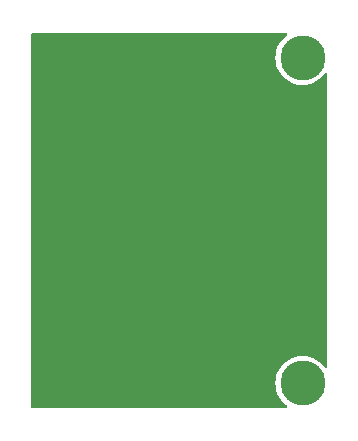
<source format=gbr>
%TF.GenerationSoftware,KiCad,Pcbnew,7.0.5*%
%TF.CreationDate,2024-03-20T17:02:28+08:00*%
%TF.ProjectId,mcu,6d63752e-6b69-4636-9164-5f7063625858,rev?*%
%TF.SameCoordinates,Original*%
%TF.FileFunction,Copper,L2,Bot*%
%TF.FilePolarity,Positive*%
%FSLAX46Y46*%
G04 Gerber Fmt 4.6, Leading zero omitted, Abs format (unit mm)*
G04 Created by KiCad (PCBNEW 7.0.5) date 2024-03-20 17:02:28*
%MOMM*%
%LPD*%
G01*
G04 APERTURE LIST*
%TA.AperFunction,WasherPad*%
%ADD10C,3.800000*%
%TD*%
G04 APERTURE END LIST*
D10*
%TO.P,U2,*%
%TO.N,*%
X149075000Y-44170800D03*
X149075000Y-71726800D03*
%TD*%
%TA.AperFunction,NonConductor*%
G36*
X147734599Y-42090985D02*
G01*
X147780354Y-42143789D01*
X147790298Y-42212947D01*
X147761273Y-42276503D01*
X147736451Y-42298402D01*
X147671537Y-42341776D01*
X147444810Y-42540610D01*
X147245973Y-42767340D01*
X147078435Y-43018079D01*
X147078431Y-43018086D01*
X146945062Y-43288531D01*
X146945053Y-43288552D01*
X146848122Y-43574101D01*
X146848118Y-43574116D01*
X146789288Y-43869869D01*
X146789287Y-43869881D01*
X146769564Y-44170799D01*
X146789287Y-44471718D01*
X146789288Y-44471730D01*
X146848118Y-44767483D01*
X146848122Y-44767498D01*
X146945053Y-45053047D01*
X146945062Y-45053068D01*
X147078431Y-45323513D01*
X147078435Y-45323520D01*
X147245973Y-45574259D01*
X147444810Y-45800989D01*
X147671540Y-45999826D01*
X147922279Y-46167364D01*
X147922286Y-46167368D01*
X148192731Y-46300737D01*
X148192736Y-46300739D01*
X148192748Y-46300745D01*
X148478309Y-46397680D01*
X148678251Y-46437451D01*
X148774069Y-46456511D01*
X148774070Y-46456511D01*
X148774080Y-46456513D01*
X149075000Y-46476236D01*
X149375920Y-46456513D01*
X149671691Y-46397680D01*
X149957252Y-46300745D01*
X150227718Y-46167366D01*
X150478461Y-45999825D01*
X150705189Y-45800989D01*
X150904025Y-45574261D01*
X150947398Y-45509347D01*
X151001009Y-45464543D01*
X151070334Y-45455836D01*
X151133362Y-45485990D01*
X151170082Y-45545433D01*
X151174500Y-45578239D01*
X151174500Y-70319360D01*
X151154815Y-70386399D01*
X151102011Y-70432154D01*
X151032853Y-70442098D01*
X150969297Y-70413073D01*
X150947398Y-70388251D01*
X150936660Y-70372181D01*
X150904025Y-70323339D01*
X150860461Y-70273664D01*
X150705189Y-70096610D01*
X150478459Y-69897773D01*
X150227720Y-69730235D01*
X150227713Y-69730231D01*
X149957268Y-69596862D01*
X149957247Y-69596853D01*
X149671698Y-69499922D01*
X149671692Y-69499920D01*
X149671691Y-69499920D01*
X149671689Y-69499919D01*
X149671683Y-69499918D01*
X149375930Y-69441088D01*
X149375921Y-69441087D01*
X149375920Y-69441087D01*
X149075000Y-69421364D01*
X149074999Y-69421364D01*
X148924540Y-69431225D01*
X148774080Y-69441087D01*
X148774079Y-69441087D01*
X148774069Y-69441088D01*
X148478316Y-69499918D01*
X148478301Y-69499922D01*
X148192752Y-69596853D01*
X148192731Y-69596862D01*
X147922286Y-69730231D01*
X147922279Y-69730235D01*
X147671540Y-69897773D01*
X147444810Y-70096610D01*
X147245973Y-70323340D01*
X147078435Y-70574079D01*
X147078431Y-70574086D01*
X146945062Y-70844531D01*
X146945053Y-70844552D01*
X146848122Y-71130101D01*
X146848118Y-71130116D01*
X146789288Y-71425869D01*
X146789287Y-71425881D01*
X146769564Y-71726800D01*
X146789287Y-72027718D01*
X146789288Y-72027730D01*
X146848118Y-72323483D01*
X146848122Y-72323498D01*
X146945053Y-72609047D01*
X146945062Y-72609068D01*
X147078431Y-72879513D01*
X147078435Y-72879520D01*
X147245973Y-73130259D01*
X147444810Y-73356989D01*
X147621864Y-73512261D01*
X147671539Y-73555825D01*
X147723621Y-73590625D01*
X147736487Y-73599222D01*
X147781292Y-73652834D01*
X147789999Y-73722159D01*
X147759845Y-73785187D01*
X147700402Y-73821906D01*
X147667598Y-73826324D01*
X126209502Y-73826696D01*
X126142462Y-73807013D01*
X126096707Y-73754209D01*
X126085500Y-73702696D01*
X126085500Y-42195300D01*
X126105185Y-42128261D01*
X126157989Y-42082506D01*
X126209500Y-42071300D01*
X147667560Y-42071300D01*
X147734599Y-42090985D01*
G37*
%TD.AperFunction*%
M02*

</source>
